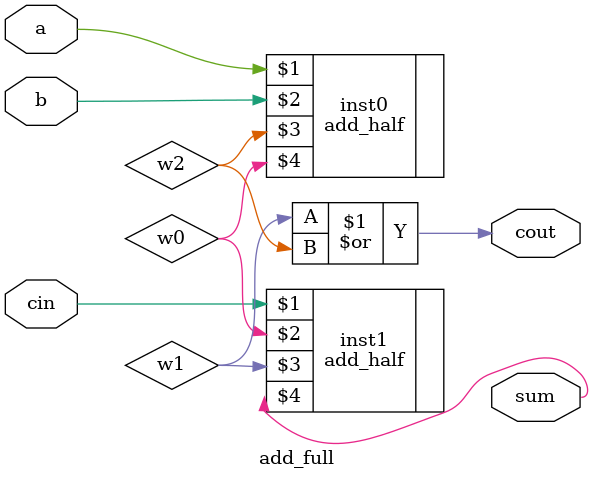
<source format=v>

module add_full (a, b, cin, cout, sum);
  input	  a, b, cin;
  output	 cout, sum;
  wire	   w0, w1, w2;

  add_half	inst0(a,	b,	w2, w0);
  add_half	inst1(cin,	w0, w1, sum);
  assign	cout = w1|w2;
endmodule

</source>
